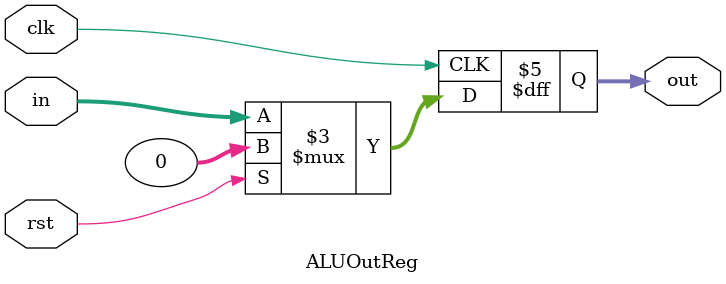
<source format=v>
`timescale 1ns / 1ps
module ALUOutReg(in, out, clk, rst);
input [31:0] in;
output reg [31:0] out;
input  clk, rst;

always @(posedge clk)
begin
 if(rst)
   begin
     out <= 32'b0;
   end
  else
   begin
    out <= in;
   end
end


endmodule

</source>
